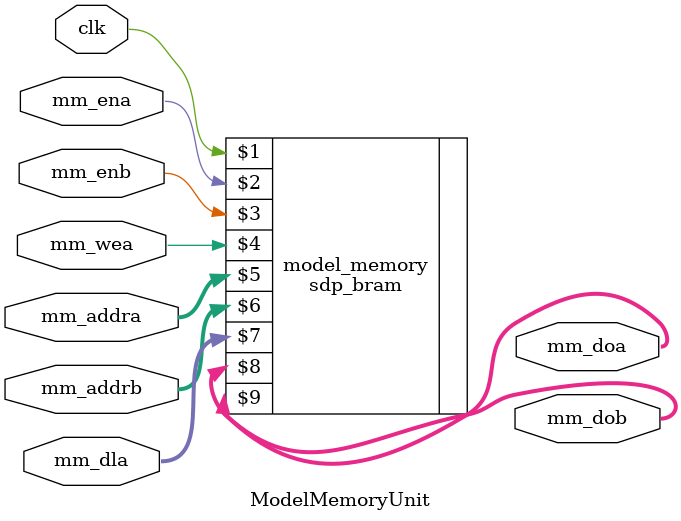
<source format=v>
`timescale 1ns / 1ps
module ModelMemoryUnit
	#(parameter MODEL_ADDR_WIDTH=10, MODEL_DATA_WIDTH=18, MODEL_LOC_SIZE=1024,
					WEIGHT_ADDR_WIDTH=11, WEIGHT_DATA_WIDTH=9, WEIGHT_LOC_SIZE=2048,
					TENSOR_ADDR_WIDTH=9, TENSOR_DATA_WIDTH=36, TENSOR_LOC_SIZE=512)
	(
	input clk,
	input mm_ena, mm_enb,
	input mm_wea,
	input [MODEL_ADDR_WIDTH-1:0] mm_addra,
	input [MODEL_ADDR_WIDTH-1:0] mm_addrb,
	input [MODEL_DATA_WIDTH-1:0] mm_dla,
	output [MODEL_DATA_WIDTH-1:0] mm_doa,
	output [MODEL_DATA_WIDTH-1:0] mm_dob
    );

	sdp_bram #(MODEL_DATA_WIDTH, MODEL_LOC_SIZE, MODEL_ADDR_WIDTH) model_memory(clk, mm_ena, mm_enb, mm_wea, mm_addra, mm_addrb, mm_dla, mm_doa, mm_dob);

endmodule

</source>
